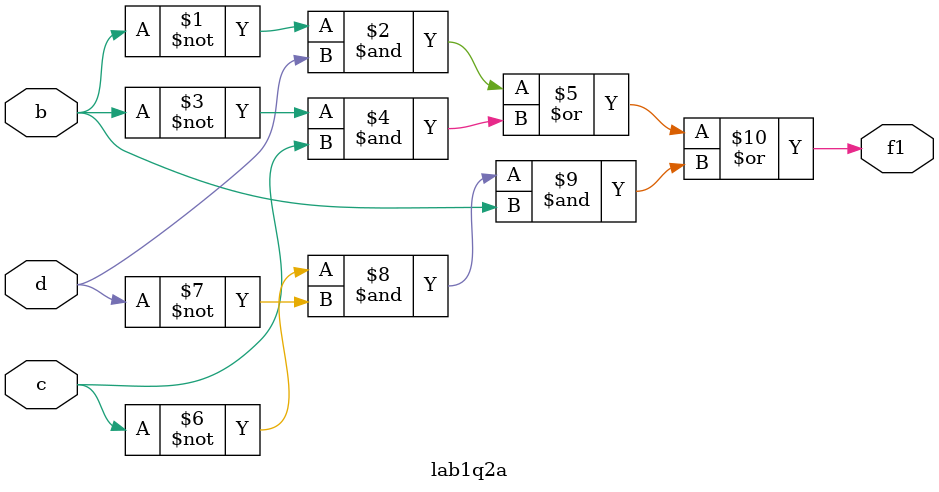
<source format=v>
module lab1q2a(b,c,d,f1);
input b,c,d;
output f1;
assign f1 = (~b&d)|(~b&c)|(~c&~d&b);
endmodule

</source>
